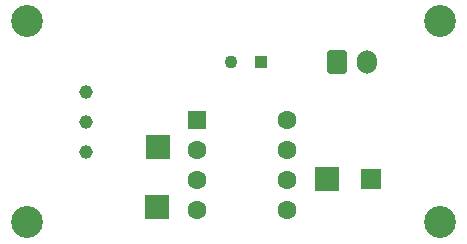
<source format=gbr>
%TF.GenerationSoftware,KiCad,Pcbnew,9.0.6*%
%TF.CreationDate,2025-12-09T16:42:41+01:00*%
%TF.ProjectId,Lumiere,4c756d69-6572-4652-9e6b-696361645f70,rev?*%
%TF.SameCoordinates,Original*%
%TF.FileFunction,Soldermask,Bot*%
%TF.FilePolarity,Negative*%
%FSLAX46Y46*%
G04 Gerber Fmt 4.6, Leading zero omitted, Abs format (unit mm)*
G04 Created by KiCad (PCBNEW 9.0.6) date 2025-12-09 16:42:41*
%MOMM*%
%LPD*%
G01*
G04 APERTURE LIST*
G04 Aperture macros list*
%AMRoundRect*
0 Rectangle with rounded corners*
0 $1 Rounding radius*
0 $2 $3 $4 $5 $6 $7 $8 $9 X,Y pos of 4 corners*
0 Add a 4 corners polygon primitive as box body*
4,1,4,$2,$3,$4,$5,$6,$7,$8,$9,$2,$3,0*
0 Add four circle primitives for the rounded corners*
1,1,$1+$1,$2,$3*
1,1,$1+$1,$4,$5*
1,1,$1+$1,$6,$7*
1,1,$1+$1,$8,$9*
0 Add four rect primitives between the rounded corners*
20,1,$1+$1,$2,$3,$4,$5,0*
20,1,$1+$1,$4,$5,$6,$7,0*
20,1,$1+$1,$6,$7,$8,$9,0*
20,1,$1+$1,$8,$9,$2,$3,0*%
G04 Aperture macros list end*
%ADD10C,1.150000*%
%ADD11RoundRect,0.250000X-0.600000X-0.750000X0.600000X-0.750000X0.600000X0.750000X-0.600000X0.750000X0*%
%ADD12O,1.700000X2.000000*%
%ADD13C,2.700000*%
%ADD14RoundRect,0.250000X-0.550000X-0.550000X0.550000X-0.550000X0.550000X0.550000X-0.550000X0.550000X0*%
%ADD15C,1.600000*%
%ADD16R,2.000000X2.000000*%
%ADD17R,1.100000X1.100000*%
%ADD18C,1.100000*%
%ADD19R,1.700000X1.700000*%
G04 APERTURE END LIST*
D10*
%TO.C,RVAR1*%
X21035000Y-27130000D03*
X21035000Y-24590000D03*
X21035000Y-22050000D03*
%TD*%
D11*
%TO.C,J8*%
X42280000Y-19565000D03*
D12*
X44780000Y-19565000D03*
%TD*%
D13*
%TO.C,H6*%
X16030000Y-16090000D03*
%TD*%
%TO.C,H5*%
X16030000Y-33090000D03*
%TD*%
%TO.C,H2*%
X51030000Y-33090000D03*
%TD*%
%TO.C,H1*%
X51030000Y-16090000D03*
%TD*%
D14*
%TO.C,U2*%
X30415000Y-24435000D03*
D15*
X30415000Y-26975000D03*
X30415000Y-29515000D03*
X30415000Y-32055000D03*
X38035000Y-32055000D03*
X38035000Y-29515000D03*
X38035000Y-26975000D03*
X38035000Y-24435000D03*
%TD*%
D16*
%TO.C,TP11*%
X27130000Y-26690000D03*
%TD*%
%TO.C,TP2*%
X41430000Y-29390000D03*
%TD*%
%TO.C,TP1*%
X27030000Y-31790000D03*
%TD*%
D17*
%TO.C,R1*%
X35800000Y-19490000D03*
D18*
X33260000Y-19490000D03*
%TD*%
D19*
%TO.C,J4*%
X45130000Y-29390000D03*
%TD*%
M02*

</source>
